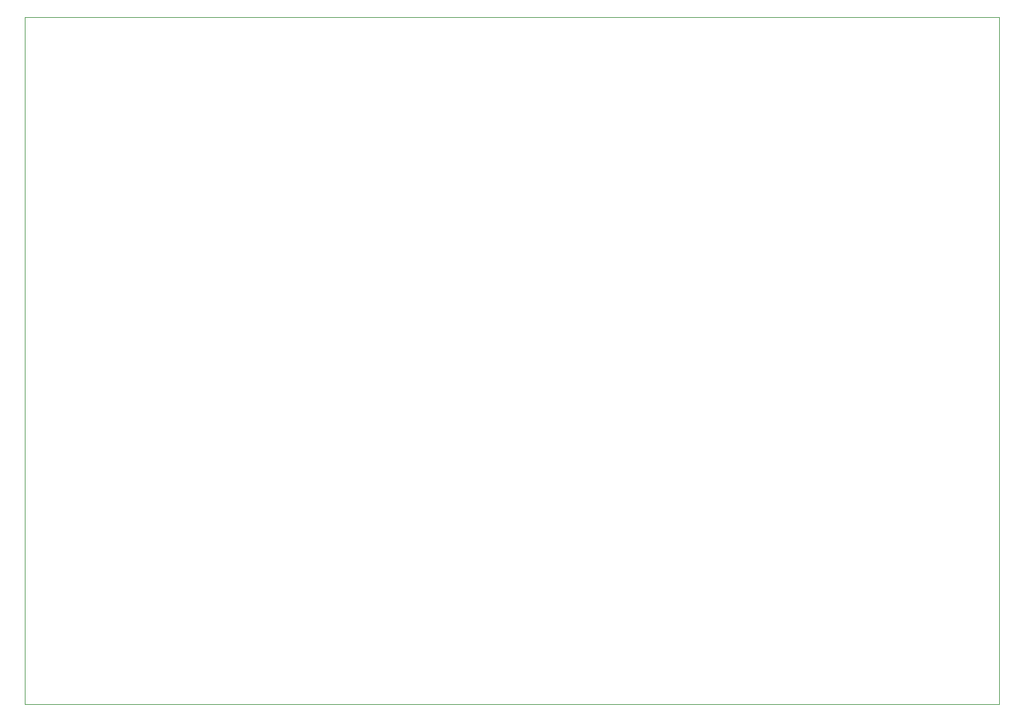
<source format=gbr>
%TF.GenerationSoftware,KiCad,Pcbnew,(5.1.10)-1*%
%TF.CreationDate,2021-06-24T21:47:08-07:00*%
%TF.ProjectId,6502helper,36353032-6865-46c7-9065-722e6b696361,rev?*%
%TF.SameCoordinates,Original*%
%TF.FileFunction,Profile,NP*%
%FSLAX46Y46*%
G04 Gerber Fmt 4.6, Leading zero omitted, Abs format (unit mm)*
G04 Created by KiCad (PCBNEW (5.1.10)-1) date 2021-06-24 21:47:08*
%MOMM*%
%LPD*%
G01*
G04 APERTURE LIST*
%TA.AperFunction,Profile*%
%ADD10C,0.100000*%
%TD*%
G04 APERTURE END LIST*
D10*
X193040000Y-25400000D02*
X193040000Y-116840000D01*
X63500000Y-25400000D02*
X193040000Y-25400000D01*
X63500000Y-116840000D02*
X63500000Y-25400000D01*
X193040000Y-116840000D02*
X63500000Y-116840000D01*
M02*

</source>
